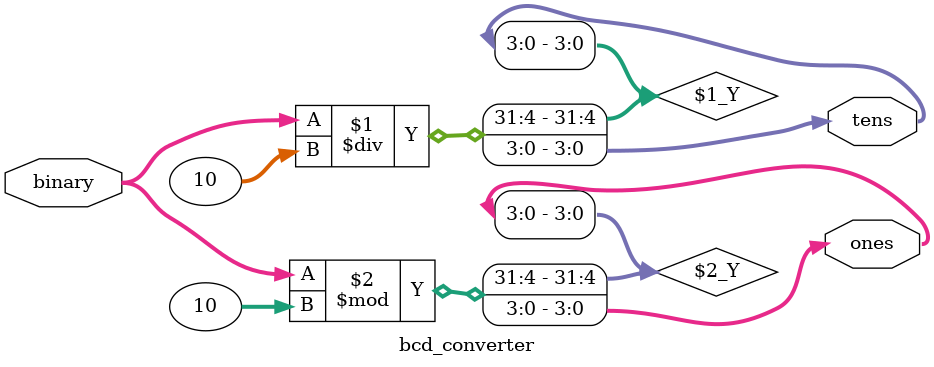
<source format=sv>
module bcd_converter(
    input logic [4:0] binary,
    output logic [3:0] tens,
    output logic [3:0] ones
);

    assign tens = binary / 10;
    assign ones = binary % 10;

endmodule
</source>
